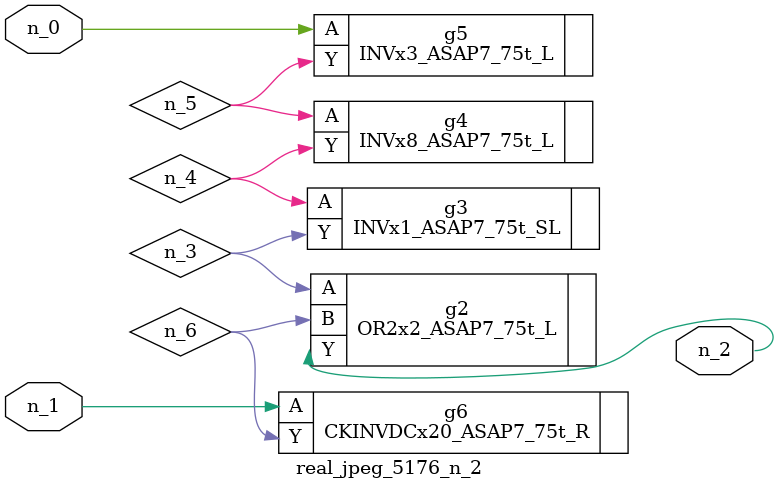
<source format=v>
module real_jpeg_5176_n_2 (n_1, n_0, n_2);

input n_1;
input n_0;

output n_2;

wire n_5;
wire n_4;
wire n_6;
wire n_3;

INVx3_ASAP7_75t_L g5 ( 
.A(n_0),
.Y(n_5)
);

CKINVDCx20_ASAP7_75t_R g6 ( 
.A(n_1),
.Y(n_6)
);

OR2x2_ASAP7_75t_L g2 ( 
.A(n_3),
.B(n_6),
.Y(n_2)
);

INVx1_ASAP7_75t_SL g3 ( 
.A(n_4),
.Y(n_3)
);

INVx8_ASAP7_75t_L g4 ( 
.A(n_5),
.Y(n_4)
);


endmodule
</source>
